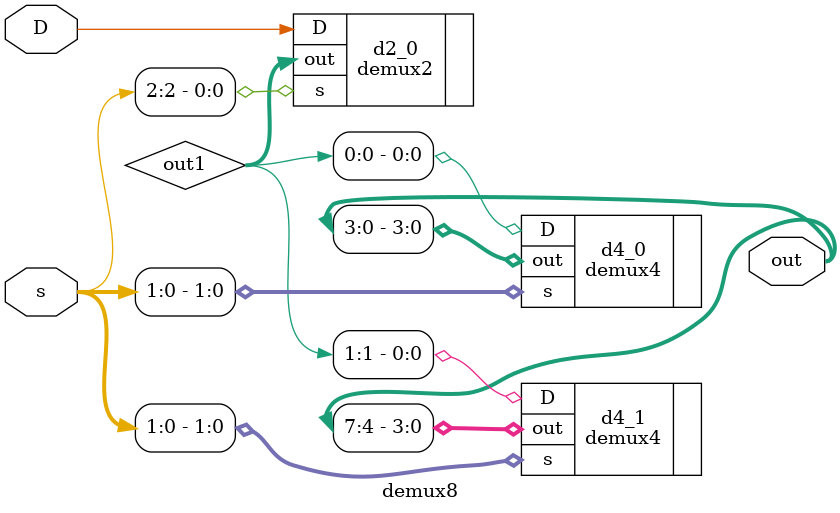
<source format=v>
`timescale 1ns / 1ps
module demux8(
input D,
input [2:0] s,
output [7:0]out
    );
wire [1:0]out1;    
demux2 d2_0 (.D(D), .s(s[2]), .out(out1));
demux4 d4_0 (.D(out1[0]), .s(s[1:0]), .out(out[3:0])); 
demux4 d4_1 (.D(out1[1]), .s(s[1:0]), .out(out[7:4]));

endmodule
</source>
